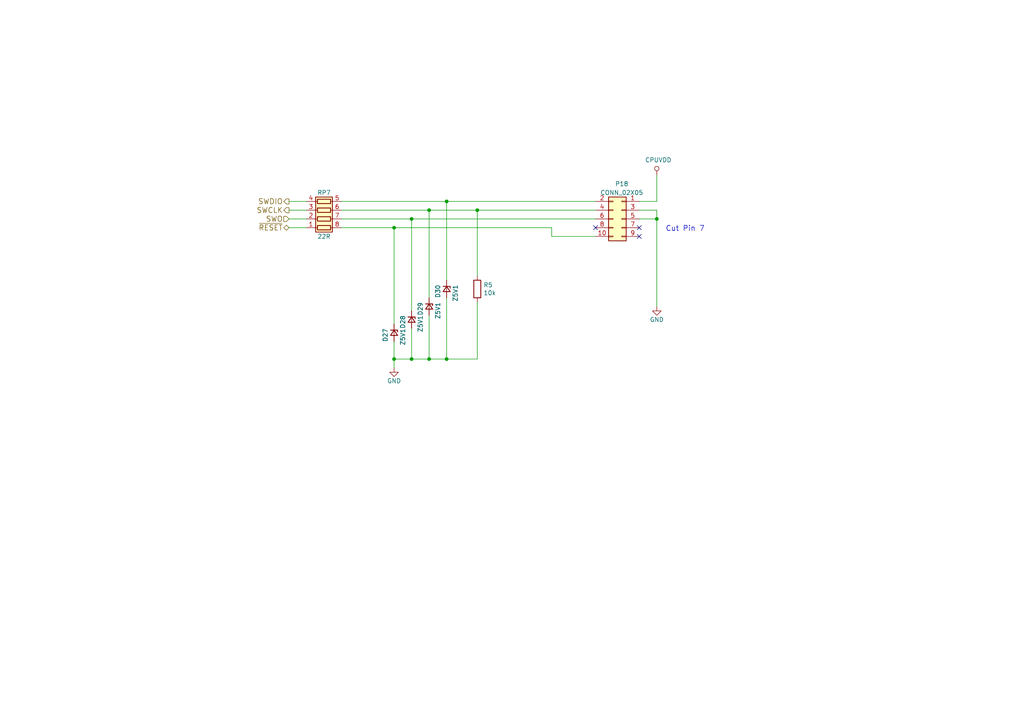
<source format=kicad_sch>
(kicad_sch (version 20211123) (generator eeschema)
  (paper "A4")
  (title_block (title "JTAG Interface") (date "2016-06-17"))
  (lib_symbols
    (symbol "Connector_Generic:Conn_02x05_Odd_Even" (pin_names (offset 1.016) hide)
      (property "Reference" "J" (at 1.27 7.62 0))
      (property "Value" "Conn_02x05_Odd_Even" (at 1.27 -7.62 0))
      (symbol "Conn_02x05_Odd_Even_1_1"
        (rectangle (start -1.27 -4.953) (end 0 -5.207) (stroke (width 0.1524)))
        (rectangle (start -1.27 -2.413) (end 0 -2.667) (stroke (width 0.1524)))
        (rectangle (start -1.27 0.127) (end 0 -0.127) (stroke (width 0.1524)))
        (rectangle (start -1.27 2.667) (end 0 2.413) (stroke (width 0.1524)))
        (rectangle (start -1.27 5.207) (end 0 4.953) (stroke (width 0.1524)))
        (rectangle (start -1.27 6.35) (end 3.81 -6.35) (stroke (width 0.254)) (fill (type background)))
        (rectangle (start 3.81 -4.953) (end 2.54 -5.207) (stroke (width 0.1524)))
        (rectangle (start 3.81 -2.413) (end 2.54 -2.667) (stroke (width 0.1524)))
        (rectangle (start 3.81 0.127) (end 2.54 -0.127) (stroke (width 0.1524)))
        (rectangle (start 3.81 2.667) (end 2.54 2.413) (stroke (width 0.1524)))
        (rectangle (start 3.81 5.207) (end 2.54 4.953) (stroke (width 0.1524)))
        (pin passive line (at -5.08 5.08 0) (length 3.81) (name "Pin_1") (number "1"))
        (pin passive line (at 7.62 -5.08 180) (length 3.81) (name "Pin_10") (number "10"))
        (pin passive line (at 7.62 5.08 180) (length 3.81) (name "Pin_2") (number "2"))
        (pin passive line (at -5.08 2.54 0) (length 3.81) (name "Pin_3") (number "3"))
        (pin passive line (at 7.62 2.54 180) (length 3.81) (name "Pin_4") (number "4"))
        (pin passive line (at -5.08 0 0) (length 3.81) (name "Pin_5") (number "5"))
        (pin passive line (at 7.62 0 180) (length 3.81) (name "Pin_6") (number "6"))
        (pin passive line (at -5.08 -2.54 0) (length 3.81) (name "Pin_7") (number "7"))
        (pin passive line (at 7.62 -2.54 180) (length 3.81) (name "Pin_8") (number "8"))
        (pin passive line (at -5.08 -5.08 0) (length 3.81) (name "Pin_9") (number "9"))
      )
    )
    (symbol "Device:D_Zener_Small" (pin_numbers hide) (pin_names (offset 0.254) hide)
      (property "Reference" "D" (at 0 2.286 0))
      (property "Value" "D_Zener_Small" (at 0 -2.286 0))
      (symbol "D_Zener_Small_0_1"
        (polyline (pts (xy 0.762 0) (xy -0.762 0)))
        (polyline (pts (xy -0.254 1.016) (xy -0.762 1.016) (xy -0.762 -1.016)) (stroke (width 0.254)))
        (polyline (pts (xy 0.762 1.016) (xy -0.762 0) (xy 0.762 -1.016) (xy 0.762 1.016)) (stroke (width 0.254)))
      )
      (symbol "D_Zener_Small_1_1"
        (pin passive line (at -2.54 0 0) (length 1.778) (name "K") (number "1"))
        (pin passive line (at 2.54 0 180) (length 1.778) (name "A") (number "2"))
      )
    )
    (symbol "Device:R" (pin_numbers hide) (pin_names (offset 0))
      (property "Reference" "R" (at 2.032 0 90))
      (property "Value" "R" (at 0 0 90))
      (symbol "R_0_1"
        (rectangle (start -1.016 -2.54) (end 1.016 2.54) (stroke (width 0.254)))
      )
      (symbol "R_1_1"
        (pin passive line (at 0 3.81 270) (length 1.27) (name "~") (number "1"))
        (pin passive line (at 0 -3.81 90) (length 1.27) (name "~") (number "2"))
      )
    )
    (symbol "Device:R_Pack04" (pin_names (offset 0) hide)
      (property "Reference" "RN" (at -7.62 0 90))
      (property "Value" "R_Pack04" (at 5.08 0 90))
      (symbol "R_Pack04_0_1"
        (rectangle (start -6.35 -2.413) (end 3.81 2.413) (stroke (width 0.254)) (fill (type background)))
        (rectangle (start -5.715 1.905) (end -4.445 -1.905) (stroke (width 0.254)))
        (rectangle (start -3.175 1.905) (end -1.905 -1.905) (stroke (width 0.254)))
        (rectangle (start -0.635 1.905) (end 0.635 -1.905) (stroke (width 0.254)))
        (polyline (pts (xy -5.08 -2.54) (xy -5.08 -1.905)))
        (polyline (pts (xy -5.08 1.905) (xy -5.08 2.54)))
        (polyline (pts (xy -2.54 -2.54) (xy -2.54 -1.905)))
        (polyline (pts (xy -2.54 1.905) (xy -2.54 2.54)))
        (polyline (pts (xy 0 -2.54) (xy 0 -1.905)))
        (polyline (pts (xy 0 1.905) (xy 0 2.54)))
        (polyline (pts (xy 2.54 -2.54) (xy 2.54 -1.905)))
        (polyline (pts (xy 2.54 1.905) (xy 2.54 2.54)))
        (rectangle (start 1.905 1.905) (end 3.175 -1.905) (stroke (width 0.254)))
      )
      (symbol "R_Pack04_1_1"
        (pin passive line (at -5.08 -5.08 90) (length 2.54) (name "R1.1") (number "1"))
        (pin passive line (at -2.54 -5.08 90) (length 2.54) (name "R2.1") (number "2"))
        (pin passive line (at 0 -5.08 90) (length 2.54) (name "R3.1") (number "3"))
        (pin passive line (at 2.54 -5.08 90) (length 2.54) (name "R4.1") (number "4"))
        (pin passive line (at 2.54 5.08 270) (length 2.54) (name "R4.2") (number "5"))
        (pin passive line (at 0 5.08 270) (length 2.54) (name "R3.2") (number "6"))
        (pin passive line (at -2.54 5.08 270) (length 2.54) (name "R2.2") (number "7"))
        (pin passive line (at -5.08 5.08 270) (length 2.54) (name "R1.2") (number "8"))
      )
    )
    (symbol "Mainboard-rescue:GND-power" (power) (pin_names (offset 0))
      (property "Value" "GND-power" (at 0 -3.81 0))
      (symbol "GND-power_0_1"
        (polyline (pts (xy 0 0) (xy 0 -1.27) (xy 1.27 -1.27) (xy 0 -2.54) (xy -1.27 -1.27) (xy 0 -1.27)))
      )
      (symbol "GND-power_1_1"
        (pin power_in line (at 0 0 270) (length 0) hide (name "GND") (number "1"))
      )
    )
    (symbol "Mainboard:CPUVDD" (power) (pin_names (offset 0))
      (property "Value" "CPUVDD" (at 0 3.81 0))
      (symbol "CPUVDD_0_1"
        (polyline (pts (xy 0 0) (xy 0 1.27)))
        (circle (center 0 1.905) (radius 0.635))
      )
      (symbol "CPUVDD_1_1"
        (pin power_in line (at 0 0 90) (length 0) hide (name "CPUVDD") (number "1"))
      )
    )
  )
  (junction (at 138.43 60.96))
  (junction (at 114.3 66.04))
  (junction (at 119.38 63.5))
  (junction (at 114.3 104.14))
  (junction (at 129.54 104.14))
  (junction (at 129.54 58.42))
  (junction (at 124.46 60.96))
  (junction (at 124.46 104.14))
  (junction (at 119.38 104.14))
  (junction (at 190.5 63.5))
  (no_connect (at 185.42 68.58))
  (no_connect (at 185.42 66.04))
  (no_connect (at 172.72 66.04))
  (wire (pts (xy 83.82 63.5) (xy 88.9 63.5)))
  (wire (pts (xy 119.38 95.25) (xy 119.38 104.14)))
  (wire (pts (xy 114.3 99.06) (xy 114.3 104.14)))
  (wire (pts (xy 119.38 104.14) (xy 124.46 104.14)))
  (wire (pts (xy 124.46 104.14) (xy 124.46 91.44)))
  (wire (pts (xy 185.42 60.96) (xy 190.5 60.96)))
  (wire (pts (xy 160.02 68.58) (xy 172.72 68.58)))
  (wire (pts (xy 124.46 60.96) (xy 138.43 60.96)))
  (wire (pts (xy 99.06 58.42) (xy 129.54 58.42)))
  (wire (pts (xy 114.3 66.04) (xy 160.02 66.04)))
  (wire (pts (xy 185.42 63.5) (xy 190.5 63.5)))
  (wire (pts (xy 119.38 90.17) (xy 119.38 63.5)))
  (wire (pts (xy 124.46 104.14) (xy 129.54 104.14)))
  (wire (pts (xy 83.82 66.04) (xy 88.9 66.04)))
  (wire (pts (xy 83.82 60.96) (xy 88.9 60.96)))
  (wire (pts (xy 99.06 60.96) (xy 124.46 60.96)))
  (wire (pts (xy 124.46 86.36) (xy 124.46 60.96)))
  (wire (pts (xy 129.54 104.14) (xy 138.43 104.14)))
  (wire (pts (xy 190.5 60.96) (xy 190.5 63.5)))
  (wire (pts (xy 83.82 58.42) (xy 88.9 58.42)))
  (wire (pts (xy 129.54 81.28) (xy 129.54 58.42)))
  (wire (pts (xy 138.43 60.96) (xy 138.43 80.01)))
  (wire (pts (xy 114.3 104.14) (xy 114.3 106.68)))
  (wire (pts (xy 190.5 63.5) (xy 190.5 88.9)))
  (wire (pts (xy 138.43 104.14) (xy 138.43 87.63)))
  (wire (pts (xy 138.43 60.96) (xy 172.72 60.96)))
  (wire (pts (xy 160.02 66.04) (xy 160.02 68.58)))
  (wire (pts (xy 99.06 66.04) (xy 114.3 66.04)))
  (wire (pts (xy 99.06 63.5) (xy 119.38 63.5)))
  (wire (pts (xy 114.3 104.14) (xy 119.38 104.14)))
  (wire (pts (xy 114.3 66.04) (xy 114.3 93.98)))
  (wire (pts (xy 190.5 50.8) (xy 190.5 58.42)))
  (wire (pts (xy 129.54 104.14) (xy 129.54 86.36)))
  (wire (pts (xy 129.54 58.42) (xy 172.72 58.42)))
  (wire (pts (xy 190.5 58.42) (xy 185.42 58.42)))
  (wire (pts (xy 119.38 63.5) (xy 172.72 63.5)))
  (text "Cut Pin 7" (at 193.04 67.31 0) (effects (font (size 1.524 1.524)) (justify left bottom)))
  (hierarchical_label "SWCLK" (shape output) (at 83.82 60.96 180) (effects (font (size 1.524 1.524))))
  (hierarchical_label "SWO" (shape input) (at 83.82 63.5 180) (effects (font (size 1.524 1.524))))
  (hierarchical_label "SWDIO" (shape output) (at 83.82 58.42 180) (effects (font (size 1.524 1.524))))
  (hierarchical_label "~{RESET}" (shape bidirectional) (at 83.82 66.04 180) (effects (font (size 1.524 1.524))))
  (symbol (lib_id "Connector_Generic:Conn_02x05_Odd_Even") (at 180.34 63.5 0) (mirror y) (unit 1)
    (property "Reference" "P18" (at 180.34 53.34 0))
    (property "Value" "CONN_02X05" (at 180.34 55.88 0))
    (property "Footprint" "Various:M50-3610542" (effects hide))
    (property "Manufacturer" "Harwin" (effects hide))
    (property "Type" "M50-3610542" (effects hide))
    (property "Source" "Farnell" (effects hide))
    (property "Order Number" "2529589" (effects hide))
  )
  (symbol (lib_id "Mainboard:CPUVDD") (at 190.5 50.8 0) (unit 1)
    (property "Reference" "#PWR0283" (effects hide))
    (property "Value" "CPUVDD" (at 190.9318 46.4058 0))
  )
  (symbol (lib_id "Mainboard-rescue:GND-power") (at 190.5 88.9 0) (unit 1)
    (property "Reference" "#PWR0284" (effects hide))
    (property "Value" "GND" (at 190.5 92.71 0))
  )
  (symbol (lib_id "Device:R_Pack04") (at 93.98 60.96 270) (mirror x) (unit 1)
    (property "Reference" "RP7" (at 93.98 55.88 90))
    (property "Value" "22R" (at 93.98 68.58 90))
    (property "Footprint" "Resistors_SMD:R_Array_Convex_4x0603" (effects hide))
    (property "Manufacturer" "Panasonic" (effects hide))
    (property "Type" "EXB38V220JV" (effects hide))
    (property "Source" "Farnell" (effects hide))
    (property "Order Number" "2060086" (effects hide))
  )
  (symbol (lib_id "Device:D_Zener_Small") (at 119.38 92.71 270) (unit 1)
    (property "Reference" "D28" (at 116.84 91.44 0) (effects (justify left)))
    (property "Value" "Z5V1" (at 121.92 91.44 0) (effects (justify left)))
    (property "Footprint" "Diodes_SMD:SOD-523" (effects hide))
  )
  (symbol (lib_id "Device:D_Zener_Small") (at 124.46 88.9 270) (unit 1)
    (property "Reference" "D29" (at 121.92 87.63 0) (effects (justify left)))
    (property "Value" "Z5V1" (at 127 87.63 0) (effects (justify left)))
    (property "Footprint" "Diodes_SMD:SOD-523" (effects hide))
  )
  (symbol (lib_id "Device:D_Zener_Small") (at 129.54 83.82 270) (unit 1)
    (property "Reference" "D30" (at 127 82.55 0) (effects (justify left)))
    (property "Value" "Z5V1" (at 132.08 82.55 0) (effects (justify left)))
    (property "Footprint" "Diodes_SMD:SOD-523" (effects hide))
  )
  (symbol (lib_id "Device:D_Zener_Small") (at 114.3 96.52 270) (unit 1)
    (property "Reference" "D27" (at 111.76 95.25 0) (effects (justify left)))
    (property "Value" "Z5V1" (at 116.84 95.25 0) (effects (justify left)))
    (property "Footprint" "Diodes_SMD:SOD-523" (effects hide))
  )
  (symbol (lib_id "Mainboard-rescue:GND-power") (at 114.3 106.68 0) (unit 1)
    (property "Reference" "#PWR0285" (effects hide))
    (property "Value" "GND" (at 114.3 110.49 0))
  )
  (symbol (lib_id "Device:R") (at 138.43 83.82 0) (unit 1)
    (property "Reference" "R5" (at 140.208 82.6516 0) (effects (justify left)))
    (property "Value" "10k" (at 140.208 84.963 0) (effects (justify left)))
    (property "Footprint" "Resistors_SMD:R_0603_HandSoldering" (effects hide))
    (property "Manufacturer" "Value" (effects hide))
    (property "Type" "Value" (effects hide))
    (property "Source" "Farnell" (effects hide))
    (property "Order Number" "Value" (effects hide))
  )
)
</source>
